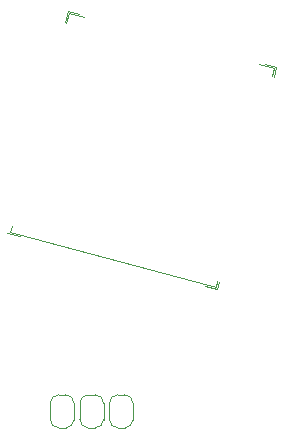
<source format=gbr>
%TF.GenerationSoftware,KiCad,Pcbnew,8.0.4*%
%TF.CreationDate,2024-09-02T19:36:39+02:00*%
%TF.ProjectId,Zoka-MainBoard,5a6f6b61-2d4d-4616-996e-426f6172642e,rev?*%
%TF.SameCoordinates,Original*%
%TF.FileFunction,Legend,Bot*%
%TF.FilePolarity,Positive*%
%FSLAX46Y46*%
G04 Gerber Fmt 4.6, Leading zero omitted, Abs format (unit mm)*
G04 Created by KiCad (PCBNEW 8.0.4) date 2024-09-02 19:36:39*
%MOMM*%
%LPD*%
G01*
G04 APERTURE LIST*
%ADD10C,0.120000*%
G04 APERTURE END LIST*
D10*
%TO.C,U201*%
X147913267Y-99127951D02*
X148975785Y-99412652D01*
X153008534Y-80305338D02*
X152749715Y-81271264D01*
X153008534Y-80305338D02*
X153974460Y-80564157D01*
X153114600Y-80489050D02*
X154370304Y-80825515D01*
X152894604Y-81310087D02*
X153114600Y-80489050D01*
X148145275Y-99034826D02*
X148274684Y-98551863D01*
X170501265Y-85147793D02*
X169197265Y-84798387D01*
X170307151Y-85872237D02*
X170501265Y-85147793D01*
X165531939Y-103693568D02*
X148145275Y-99034826D01*
X165531939Y-103693568D02*
X165661349Y-103210606D01*
X170684977Y-85041727D02*
X169719051Y-84782908D01*
X170452040Y-85911060D02*
X170684977Y-85041727D01*
X165806238Y-103249428D02*
X165638005Y-103877280D01*
X165638005Y-103877280D02*
X164672080Y-103618461D01*
%TO.C,JP401*%
X157843827Y-112815871D02*
X157243827Y-112815871D01*
X156543827Y-113515871D02*
X156543827Y-114915871D01*
X158543827Y-114915871D02*
X158543827Y-113515871D01*
X157243827Y-115615871D02*
X157843827Y-115615871D01*
X157843827Y-112815871D02*
G75*
G02*
X158543827Y-113515871I1J-699999D01*
G01*
X156543827Y-113515871D02*
G75*
G02*
X157243827Y-112815871I699999J1D01*
G01*
X158543827Y-114915871D02*
G75*
G02*
X157843827Y-115615871I-700000J0D01*
G01*
X157243827Y-115615871D02*
G75*
G02*
X156543827Y-114915871I0J700000D01*
G01*
%TO.C,JP402*%
X155343827Y-112817658D02*
X154743827Y-112817658D01*
X154043827Y-113517658D02*
X154043827Y-114917658D01*
X156043827Y-114917658D02*
X156043827Y-113517658D01*
X154743827Y-115617658D02*
X155343827Y-115617658D01*
X155343827Y-112817658D02*
G75*
G02*
X156043827Y-113517658I1J-699999D01*
G01*
X154043827Y-113517658D02*
G75*
G02*
X154743827Y-112817658I699999J1D01*
G01*
X156043827Y-114917658D02*
G75*
G02*
X155343827Y-115617658I-700000J0D01*
G01*
X154743827Y-115617658D02*
G75*
G02*
X154043827Y-114917658I0J700000D01*
G01*
%TO.C,JP403*%
X152843827Y-112815870D02*
X152243827Y-112815870D01*
X151543827Y-113515870D02*
X151543827Y-114915870D01*
X153543827Y-114915870D02*
X153543827Y-113515870D01*
X152243827Y-115615870D02*
X152843827Y-115615870D01*
X152843827Y-112815870D02*
G75*
G02*
X153543827Y-113515870I1J-699999D01*
G01*
X151543827Y-113515870D02*
G75*
G02*
X152243827Y-112815870I699999J1D01*
G01*
X153543827Y-114915870D02*
G75*
G02*
X152843827Y-115615870I-700000J0D01*
G01*
X152243827Y-115615870D02*
G75*
G02*
X151543827Y-114915870I0J700000D01*
G01*
%TD*%
M02*

</source>
